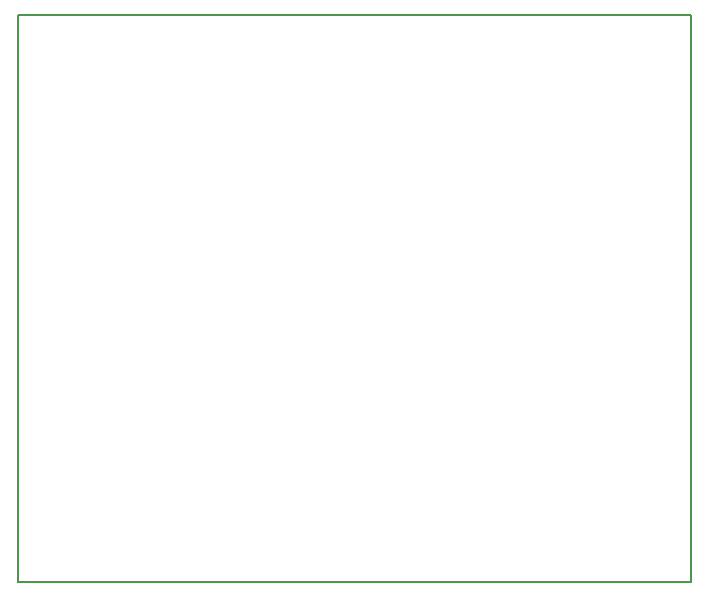
<source format=gbr>
G04 #@! TF.FileFunction,Profile,NP*
%FSLAX46Y46*%
G04 Gerber Fmt 4.6, Leading zero omitted, Abs format (unit mm)*
G04 Created by KiCad (PCBNEW 4.0.7-e2-6376~58~ubuntu14.04.1) date Tue Aug 14 09:56:37 2018*
%MOMM*%
%LPD*%
G01*
G04 APERTURE LIST*
%ADD10C,0.100000*%
%ADD11C,0.150000*%
G04 APERTURE END LIST*
D10*
D11*
X159000000Y-62000000D02*
X102000000Y-62000000D01*
X159000000Y-14000000D02*
X159000000Y-62000000D01*
X102000000Y-14000000D02*
X159000000Y-14000000D01*
X102000000Y-62000000D02*
X102000000Y-14000000D01*
M02*

</source>
